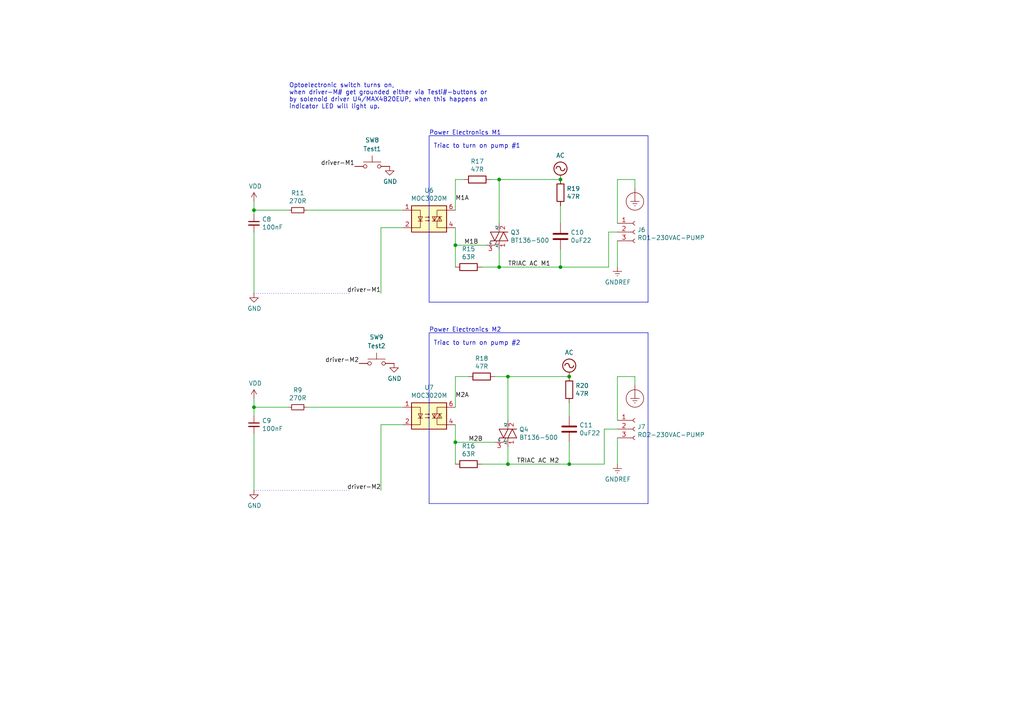
<source format=kicad_sch>
(kicad_sch (version 20230121) (generator eeschema)

  (uuid 9e6b2db4-3e39-449b-8976-b110948b87a3)

  (paper "A4")

  (lib_symbols
    (symbol "Connector:Conn_01x03_Female" (pin_names (offset 1.016) hide) (in_bom yes) (on_board yes)
      (property "Reference" "J" (at 0 5.08 0)
        (effects (font (size 1.27 1.27)))
      )
      (property "Value" "Connector_Conn_01x03_Female" (at 0 -5.08 0)
        (effects (font (size 1.27 1.27)))
      )
      (property "Footprint" "" (at 0 0 0)
        (effects (font (size 1.27 1.27)) hide)
      )
      (property "Datasheet" "" (at 0 0 0)
        (effects (font (size 1.27 1.27)) hide)
      )
      (property "ki_fp_filters" "Connector*:*_1x??_*" (at 0 0 0)
        (effects (font (size 1.27 1.27)) hide)
      )
      (symbol "Conn_01x03_Female_1_1"
        (arc (start 0 -2.032) (mid -0.5058 -2.54) (end 0 -3.048)
          (stroke (width 0.1524) (type solid))
          (fill (type none))
        )
        (polyline
          (pts
            (xy -1.27 -2.54)
            (xy -0.508 -2.54)
          )
          (stroke (width 0.1524) (type solid))
          (fill (type none))
        )
        (polyline
          (pts
            (xy -1.27 0)
            (xy -0.508 0)
          )
          (stroke (width 0.1524) (type solid))
          (fill (type none))
        )
        (polyline
          (pts
            (xy -1.27 2.54)
            (xy -0.508 2.54)
          )
          (stroke (width 0.1524) (type solid))
          (fill (type none))
        )
        (arc (start 0 0.508) (mid -0.5058 0) (end 0 -0.508)
          (stroke (width 0.1524) (type solid))
          (fill (type none))
        )
        (arc (start 0 3.048) (mid -0.5058 2.54) (end 0 2.032)
          (stroke (width 0.1524) (type solid))
          (fill (type none))
        )
        (pin passive line (at -5.08 2.54 0) (length 3.81)
          (name "Pin_1" (effects (font (size 1.27 1.27))))
          (number "1" (effects (font (size 1.27 1.27))))
        )
        (pin passive line (at -5.08 0 0) (length 3.81)
          (name "Pin_2" (effects (font (size 1.27 1.27))))
          (number "2" (effects (font (size 1.27 1.27))))
        )
        (pin passive line (at -5.08 -2.54 0) (length 3.81)
          (name "Pin_3" (effects (font (size 1.27 1.27))))
          (number "3" (effects (font (size 1.27 1.27))))
        )
      )
    )
    (symbol "Device:C" (pin_numbers hide) (pin_names (offset 0.254)) (in_bom yes) (on_board yes)
      (property "Reference" "C" (at 0.635 2.54 0)
        (effects (font (size 1.27 1.27)) (justify left))
      )
      (property "Value" "C" (at 0.635 -2.54 0)
        (effects (font (size 1.27 1.27)) (justify left))
      )
      (property "Footprint" "" (at 0.9652 -3.81 0)
        (effects (font (size 1.27 1.27)) hide)
      )
      (property "Datasheet" "~" (at 0 0 0)
        (effects (font (size 1.27 1.27)) hide)
      )
      (property "ki_keywords" "cap capacitor" (at 0 0 0)
        (effects (font (size 1.27 1.27)) hide)
      )
      (property "ki_description" "Unpolarized capacitor" (at 0 0 0)
        (effects (font (size 1.27 1.27)) hide)
      )
      (property "ki_fp_filters" "C_*" (at 0 0 0)
        (effects (font (size 1.27 1.27)) hide)
      )
      (symbol "C_0_1"
        (polyline
          (pts
            (xy -2.032 -0.762)
            (xy 2.032 -0.762)
          )
          (stroke (width 0.508) (type default))
          (fill (type none))
        )
        (polyline
          (pts
            (xy -2.032 0.762)
            (xy 2.032 0.762)
          )
          (stroke (width 0.508) (type default))
          (fill (type none))
        )
      )
      (symbol "C_1_1"
        (pin passive line (at 0 3.81 270) (length 2.794)
          (name "~" (effects (font (size 1.27 1.27))))
          (number "1" (effects (font (size 1.27 1.27))))
        )
        (pin passive line (at 0 -3.81 90) (length 2.794)
          (name "~" (effects (font (size 1.27 1.27))))
          (number "2" (effects (font (size 1.27 1.27))))
        )
      )
    )
    (symbol "Device:C_Small" (pin_numbers hide) (pin_names (offset 0.254) hide) (in_bom yes) (on_board yes)
      (property "Reference" "C" (at 0.254 1.778 0)
        (effects (font (size 1.27 1.27)) (justify left))
      )
      (property "Value" "C_Small" (at 0.254 -2.032 0)
        (effects (font (size 1.27 1.27)) (justify left))
      )
      (property "Footprint" "" (at 0 0 0)
        (effects (font (size 1.27 1.27)) hide)
      )
      (property "Datasheet" "~" (at 0 0 0)
        (effects (font (size 1.27 1.27)) hide)
      )
      (property "ki_keywords" "capacitor cap" (at 0 0 0)
        (effects (font (size 1.27 1.27)) hide)
      )
      (property "ki_description" "Unpolarized capacitor, small symbol" (at 0 0 0)
        (effects (font (size 1.27 1.27)) hide)
      )
      (property "ki_fp_filters" "C_*" (at 0 0 0)
        (effects (font (size 1.27 1.27)) hide)
      )
      (symbol "C_Small_0_1"
        (polyline
          (pts
            (xy -1.524 -0.508)
            (xy 1.524 -0.508)
          )
          (stroke (width 0.3302) (type default))
          (fill (type none))
        )
        (polyline
          (pts
            (xy -1.524 0.508)
            (xy 1.524 0.508)
          )
          (stroke (width 0.3048) (type default))
          (fill (type none))
        )
      )
      (symbol "C_Small_1_1"
        (pin passive line (at 0 2.54 270) (length 2.032)
          (name "~" (effects (font (size 1.27 1.27))))
          (number "1" (effects (font (size 1.27 1.27))))
        )
        (pin passive line (at 0 -2.54 90) (length 2.032)
          (name "~" (effects (font (size 1.27 1.27))))
          (number "2" (effects (font (size 1.27 1.27))))
        )
      )
    )
    (symbol "Device:R" (pin_numbers hide) (pin_names (offset 0)) (in_bom yes) (on_board yes)
      (property "Reference" "R" (at 2.032 0 90)
        (effects (font (size 1.27 1.27)))
      )
      (property "Value" "R" (at 0 0 90)
        (effects (font (size 1.27 1.27)))
      )
      (property "Footprint" "" (at -1.778 0 90)
        (effects (font (size 1.27 1.27)) hide)
      )
      (property "Datasheet" "~" (at 0 0 0)
        (effects (font (size 1.27 1.27)) hide)
      )
      (property "ki_keywords" "R res resistor" (at 0 0 0)
        (effects (font (size 1.27 1.27)) hide)
      )
      (property "ki_description" "Resistor" (at 0 0 0)
        (effects (font (size 1.27 1.27)) hide)
      )
      (property "ki_fp_filters" "R_*" (at 0 0 0)
        (effects (font (size 1.27 1.27)) hide)
      )
      (symbol "R_0_1"
        (rectangle (start -1.016 -2.54) (end 1.016 2.54)
          (stroke (width 0.254) (type default))
          (fill (type none))
        )
      )
      (symbol "R_1_1"
        (pin passive line (at 0 3.81 270) (length 1.27)
          (name "~" (effects (font (size 1.27 1.27))))
          (number "1" (effects (font (size 1.27 1.27))))
        )
        (pin passive line (at 0 -3.81 90) (length 1.27)
          (name "~" (effects (font (size 1.27 1.27))))
          (number "2" (effects (font (size 1.27 1.27))))
        )
      )
    )
    (symbol "Device:R_Small" (pin_numbers hide) (pin_names (offset 0.254) hide) (in_bom yes) (on_board yes)
      (property "Reference" "R" (at 0.762 0.508 0)
        (effects (font (size 1.27 1.27)) (justify left))
      )
      (property "Value" "R_Small" (at 0.762 -1.016 0)
        (effects (font (size 1.27 1.27)) (justify left))
      )
      (property "Footprint" "" (at 0 0 0)
        (effects (font (size 1.27 1.27)) hide)
      )
      (property "Datasheet" "~" (at 0 0 0)
        (effects (font (size 1.27 1.27)) hide)
      )
      (property "ki_keywords" "R resistor" (at 0 0 0)
        (effects (font (size 1.27 1.27)) hide)
      )
      (property "ki_description" "Resistor, small symbol" (at 0 0 0)
        (effects (font (size 1.27 1.27)) hide)
      )
      (property "ki_fp_filters" "R_*" (at 0 0 0)
        (effects (font (size 1.27 1.27)) hide)
      )
      (symbol "R_Small_0_1"
        (rectangle (start -0.762 1.778) (end 0.762 -1.778)
          (stroke (width 0.2032) (type default))
          (fill (type none))
        )
      )
      (symbol "R_Small_1_1"
        (pin passive line (at 0 2.54 270) (length 0.762)
          (name "~" (effects (font (size 1.27 1.27))))
          (number "1" (effects (font (size 1.27 1.27))))
        )
        (pin passive line (at 0 -2.54 90) (length 0.762)
          (name "~" (effects (font (size 1.27 1.27))))
          (number "2" (effects (font (size 1.27 1.27))))
        )
      )
    )
    (symbol "Relay_SolidState:MOC3020M" (in_bom yes) (on_board yes)
      (property "Reference" "U" (at -5.334 4.826 0)
        (effects (font (size 1.27 1.27)) (justify left))
      )
      (property "Value" "MOC3020M" (at 0 5.08 0)
        (effects (font (size 1.27 1.27)) (justify left))
      )
      (property "Footprint" "" (at -5.08 -5.08 0)
        (effects (font (size 1.27 1.27) italic) (justify left) hide)
      )
      (property "Datasheet" "https://www.onsemi.com/pub/Collateral/MOC3023M-D.PDF" (at 0 0 0)
        (effects (font (size 1.27 1.27)) (justify left) hide)
      )
      (property "ki_keywords" "Opto-Triac Opto Triac Random Phase" (at 0 0 0)
        (effects (font (size 1.27 1.27)) hide)
      )
      (property "ki_description" "Random Phase Opto-Triac, Vdrm 400V, Ift 30mA, DIP6" (at 0 0 0)
        (effects (font (size 1.27 1.27)) hide)
      )
      (property "ki_fp_filters" "DIP*W7.62mm* SMDIP*W9.53mm* DIP*W10.16mm*" (at 0 0 0)
        (effects (font (size 1.27 1.27)) hide)
      )
      (symbol "MOC3020M_0_1"
        (rectangle (start -5.08 3.81) (end 5.08 -3.81)
          (stroke (width 0.254) (type default))
          (fill (type background))
        )
        (polyline
          (pts
            (xy -3.175 -0.635)
            (xy -1.905 -0.635)
          )
          (stroke (width 0) (type default))
          (fill (type none))
        )
        (polyline
          (pts
            (xy 1.524 -0.635)
            (xy 1.524 0.635)
          )
          (stroke (width 0) (type default))
          (fill (type none))
        )
        (polyline
          (pts
            (xy 3.048 0.635)
            (xy 3.048 -0.635)
          )
          (stroke (width 0) (type default))
          (fill (type none))
        )
        (polyline
          (pts
            (xy 2.286 -0.635)
            (xy 2.286 -2.54)
            (xy 5.08 -2.54)
          )
          (stroke (width 0) (type default))
          (fill (type none))
        )
        (polyline
          (pts
            (xy 2.286 0.635)
            (xy 2.286 2.54)
            (xy 5.08 2.54)
          )
          (stroke (width 0) (type default))
          (fill (type none))
        )
        (polyline
          (pts
            (xy -5.08 2.54)
            (xy -2.54 2.54)
            (xy -2.54 -2.54)
            (xy -5.08 -2.54)
          )
          (stroke (width 0) (type default))
          (fill (type none))
        )
        (polyline
          (pts
            (xy -2.54 -0.635)
            (xy -3.175 0.635)
            (xy -1.905 0.635)
            (xy -2.54 -0.635)
          )
          (stroke (width 0) (type default))
          (fill (type none))
        )
        (polyline
          (pts
            (xy 0.889 -0.635)
            (xy 3.683 -0.635)
            (xy 3.048 0.635)
            (xy 2.413 -0.635)
          )
          (stroke (width 0) (type default))
          (fill (type none))
        )
        (polyline
          (pts
            (xy 3.683 0.635)
            (xy 0.889 0.635)
            (xy 1.524 -0.635)
            (xy 2.159 0.635)
          )
          (stroke (width 0) (type default))
          (fill (type none))
        )
        (polyline
          (pts
            (xy -1.143 -0.508)
            (xy 0.127 -0.508)
            (xy -0.254 -0.635)
            (xy -0.254 -0.381)
            (xy 0.127 -0.508)
          )
          (stroke (width 0) (type default))
          (fill (type none))
        )
        (polyline
          (pts
            (xy -1.143 0.508)
            (xy 0.127 0.508)
            (xy -0.254 0.381)
            (xy -0.254 0.635)
            (xy 0.127 0.508)
          )
          (stroke (width 0) (type default))
          (fill (type none))
        )
      )
      (symbol "MOC3020M_1_1"
        (pin passive line (at -7.62 2.54 0) (length 2.54)
          (name "~" (effects (font (size 1.27 1.27))))
          (number "1" (effects (font (size 1.27 1.27))))
        )
        (pin passive line (at -7.62 -2.54 0) (length 2.54)
          (name "~" (effects (font (size 1.27 1.27))))
          (number "2" (effects (font (size 1.27 1.27))))
        )
        (pin no_connect line (at -5.08 0 0) (length 2.54) hide
          (name "NC" (effects (font (size 1.27 1.27))))
          (number "3" (effects (font (size 1.27 1.27))))
        )
        (pin passive line (at 7.62 -2.54 180) (length 2.54)
          (name "~" (effects (font (size 1.27 1.27))))
          (number "4" (effects (font (size 1.27 1.27))))
        )
        (pin no_connect line (at 5.08 0 180) (length 2.54) hide
          (name "NC" (effects (font (size 1.27 1.27))))
          (number "5" (effects (font (size 1.27 1.27))))
        )
        (pin passive line (at 7.62 2.54 180) (length 2.54)
          (name "~" (effects (font (size 1.27 1.27))))
          (number "6" (effects (font (size 1.27 1.27))))
        )
      )
    )
    (symbol "Switch:SW_Push" (pin_numbers hide) (pin_names (offset 1.016) hide) (in_bom yes) (on_board yes)
      (property "Reference" "SW" (at 1.27 2.54 0)
        (effects (font (size 1.27 1.27)) (justify left))
      )
      (property "Value" "SW_Push" (at 0 -1.524 0)
        (effects (font (size 1.27 1.27)))
      )
      (property "Footprint" "" (at 0 5.08 0)
        (effects (font (size 1.27 1.27)) hide)
      )
      (property "Datasheet" "~" (at 0 5.08 0)
        (effects (font (size 1.27 1.27)) hide)
      )
      (property "ki_keywords" "switch normally-open pushbutton push-button" (at 0 0 0)
        (effects (font (size 1.27 1.27)) hide)
      )
      (property "ki_description" "Push button switch, generic, two pins" (at 0 0 0)
        (effects (font (size 1.27 1.27)) hide)
      )
      (symbol "SW_Push_0_1"
        (circle (center -2.032 0) (radius 0.508)
          (stroke (width 0) (type default))
          (fill (type none))
        )
        (polyline
          (pts
            (xy 0 1.27)
            (xy 0 3.048)
          )
          (stroke (width 0) (type default))
          (fill (type none))
        )
        (polyline
          (pts
            (xy 2.54 1.27)
            (xy -2.54 1.27)
          )
          (stroke (width 0) (type default))
          (fill (type none))
        )
        (circle (center 2.032 0) (radius 0.508)
          (stroke (width 0) (type default))
          (fill (type none))
        )
        (pin passive line (at -5.08 0 0) (length 2.54)
          (name "1" (effects (font (size 1.27 1.27))))
          (number "1" (effects (font (size 1.27 1.27))))
        )
        (pin passive line (at 5.08 0 180) (length 2.54)
          (name "2" (effects (font (size 1.27 1.27))))
          (number "2" (effects (font (size 1.27 1.27))))
        )
      )
    )
    (symbol "Triac_Thyristor:BT136-500" (pin_names (offset 0)) (in_bom yes) (on_board yes)
      (property "Reference" "Q" (at 5.08 1.905 0)
        (effects (font (size 1.27 1.27)) (justify left))
      )
      (property "Value" "BT136-500" (at 5.08 0 0)
        (effects (font (size 1.27 1.27)) (justify left))
      )
      (property "Footprint" "Package_TO_SOT_THT:TO-220-3_Vertical" (at 5.08 -1.905 0)
        (effects (font (size 1.27 1.27) italic) (justify left) hide)
      )
      (property "Datasheet" "http://www.micropik.com/PDF/BT136-600.pdf" (at 0 0 0)
        (effects (font (size 1.27 1.27)) (justify left) hide)
      )
      (property "ki_keywords" "Triac" (at 0 0 0)
        (effects (font (size 1.27 1.27)) hide)
      )
      (property "ki_description" "4A RMS, 500V Off-State Voltage, Triac, TO-220" (at 0 0 0)
        (effects (font (size 1.27 1.27)) hide)
      )
      (property "ki_fp_filters" "TO?220*" (at 0 0 0)
        (effects (font (size 1.27 1.27)) hide)
      )
      (symbol "BT136-500_0_1"
        (polyline
          (pts
            (xy -2.54 -1.27)
            (xy 2.54 -1.27)
          )
          (stroke (width 0.2032) (type default))
          (fill (type none))
        )
        (polyline
          (pts
            (xy -2.54 1.27)
            (xy 2.54 1.27)
          )
          (stroke (width 0.2032) (type default))
          (fill (type none))
        )
        (polyline
          (pts
            (xy -1.27 -2.54)
            (xy -0.635 -1.27)
          )
          (stroke (width 0) (type default))
          (fill (type none))
        )
        (polyline
          (pts
            (xy -2.54 1.27)
            (xy -1.27 -1.27)
            (xy 0 1.27)
          )
          (stroke (width 0.2032) (type default))
          (fill (type none))
        )
        (polyline
          (pts
            (xy 0 -1.27)
            (xy 1.27 1.27)
            (xy 2.54 -1.27)
          )
          (stroke (width 0.2032) (type default))
          (fill (type none))
        )
      )
      (symbol "BT136-500_1_1"
        (pin passive line (at 0 -3.81 90) (length 2.54)
          (name "A1" (effects (font (size 0.635 0.635))))
          (number "1" (effects (font (size 1.27 1.27))))
        )
        (pin passive line (at 0 3.81 270) (length 2.54)
          (name "A2" (effects (font (size 0.635 0.635))))
          (number "2" (effects (font (size 1.27 1.27))))
        )
        (pin input line (at -3.81 -2.54 0) (length 2.54)
          (name "G" (effects (font (size 0.635 0.635))))
          (number "3" (effects (font (size 1.27 1.27))))
        )
      )
    )
    (symbol "power:AC" (power) (pin_names (offset 0)) (in_bom yes) (on_board yes)
      (property "Reference" "#PWR" (at 0 -2.54 0)
        (effects (font (size 1.27 1.27)) hide)
      )
      (property "Value" "AC" (at 0 6.35 0)
        (effects (font (size 1.27 1.27)))
      )
      (property "Footprint" "" (at 0 0 0)
        (effects (font (size 1.27 1.27)) hide)
      )
      (property "Datasheet" "" (at 0 0 0)
        (effects (font (size 1.27 1.27)) hide)
      )
      (property "ki_keywords" "global power" (at 0 0 0)
        (effects (font (size 1.27 1.27)) hide)
      )
      (property "ki_description" "Power symbol creates a global label with name \"AC\"" (at 0 0 0)
        (effects (font (size 1.27 1.27)) hide)
      )
      (symbol "AC_0_1"
        (polyline
          (pts
            (xy 0 0)
            (xy 0 1.27)
          )
          (stroke (width 0) (type default))
          (fill (type none))
        )
        (arc (start 0 3.175) (mid -0.635 3.8073) (end -1.27 3.175)
          (stroke (width 0.254) (type default))
          (fill (type none))
        )
        (arc (start 0 3.175) (mid 0.635 2.5427) (end 1.27 3.175)
          (stroke (width 0.254) (type default))
          (fill (type none))
        )
        (circle (center 0 3.175) (radius 1.905)
          (stroke (width 0.254) (type default))
          (fill (type none))
        )
      )
      (symbol "AC_1_1"
        (pin power_in line (at 0 0 90) (length 0) hide
          (name "AC" (effects (font (size 1.27 1.27))))
          (number "1" (effects (font (size 1.27 1.27))))
        )
      )
    )
    (symbol "power:Earth_Protective" (power) (pin_names (offset 0)) (in_bom yes) (on_board yes)
      (property "Reference" "#PWR" (at 6.35 -6.35 0)
        (effects (font (size 1.27 1.27)) hide)
      )
      (property "Value" "Earth_Protective" (at 11.43 -3.81 0)
        (effects (font (size 1.27 1.27)) hide)
      )
      (property "Footprint" "" (at 0 -2.54 0)
        (effects (font (size 1.27 1.27)) hide)
      )
      (property "Datasheet" "~" (at 0 -2.54 0)
        (effects (font (size 1.27 1.27)) hide)
      )
      (property "ki_keywords" "global ground gnd clean" (at 0 0 0)
        (effects (font (size 1.27 1.27)) hide)
      )
      (property "ki_description" "Power symbol creates a global label with name \"Earth_Protective\"" (at 0 0 0)
        (effects (font (size 1.27 1.27)) hide)
      )
      (symbol "Earth_Protective_0_1"
        (circle (center 0 -3.81) (radius 2.54)
          (stroke (width 0) (type default))
          (fill (type none))
        )
        (polyline
          (pts
            (xy -0.635 -4.445)
            (xy 0.635 -4.445)
          )
          (stroke (width 0) (type default))
          (fill (type none))
        )
        (polyline
          (pts
            (xy -0.127 -5.08)
            (xy 0.127 -5.08)
          )
          (stroke (width 0) (type default))
          (fill (type none))
        )
        (polyline
          (pts
            (xy 0 -3.81)
            (xy 0 0)
          )
          (stroke (width 0) (type default))
          (fill (type none))
        )
        (polyline
          (pts
            (xy 1.27 -3.81)
            (xy -1.27 -3.81)
          )
          (stroke (width 0) (type default))
          (fill (type none))
        )
      )
      (symbol "Earth_Protective_1_1"
        (pin power_in line (at 0 0 270) (length 0) hide
          (name "Earth_Protective" (effects (font (size 1.27 1.27))))
          (number "1" (effects (font (size 1.27 1.27))))
        )
      )
    )
    (symbol "power:GND" (power) (pin_names (offset 0)) (in_bom yes) (on_board yes)
      (property "Reference" "#PWR" (at 0 -6.35 0)
        (effects (font (size 1.27 1.27)) hide)
      )
      (property "Value" "GND" (at 0 -3.81 0)
        (effects (font (size 1.27 1.27)))
      )
      (property "Footprint" "" (at 0 0 0)
        (effects (font (size 1.27 1.27)) hide)
      )
      (property "Datasheet" "" (at 0 0 0)
        (effects (font (size 1.27 1.27)) hide)
      )
      (property "ki_keywords" "global power" (at 0 0 0)
        (effects (font (size 1.27 1.27)) hide)
      )
      (property "ki_description" "Power symbol creates a global label with name \"GND\" , ground" (at 0 0 0)
        (effects (font (size 1.27 1.27)) hide)
      )
      (symbol "GND_0_1"
        (polyline
          (pts
            (xy 0 0)
            (xy 0 -1.27)
            (xy 1.27 -1.27)
            (xy 0 -2.54)
            (xy -1.27 -1.27)
            (xy 0 -1.27)
          )
          (stroke (width 0) (type default))
          (fill (type none))
        )
      )
      (symbol "GND_1_1"
        (pin power_in line (at 0 0 270) (length 0) hide
          (name "GND" (effects (font (size 1.27 1.27))))
          (number "1" (effects (font (size 1.27 1.27))))
        )
      )
    )
    (symbol "power:GNDREF" (power) (pin_names (offset 0)) (in_bom yes) (on_board yes)
      (property "Reference" "#PWR" (at 0 -6.35 0)
        (effects (font (size 1.27 1.27)) hide)
      )
      (property "Value" "GNDREF" (at 0 -3.81 0)
        (effects (font (size 1.27 1.27)))
      )
      (property "Footprint" "" (at 0 0 0)
        (effects (font (size 1.27 1.27)) hide)
      )
      (property "Datasheet" "" (at 0 0 0)
        (effects (font (size 1.27 1.27)) hide)
      )
      (property "ki_keywords" "global power" (at 0 0 0)
        (effects (font (size 1.27 1.27)) hide)
      )
      (property "ki_description" "Power symbol creates a global label with name \"GNDREF\" , reference supply ground" (at 0 0 0)
        (effects (font (size 1.27 1.27)) hide)
      )
      (symbol "GNDREF_0_1"
        (polyline
          (pts
            (xy -0.635 -1.905)
            (xy 0.635 -1.905)
          )
          (stroke (width 0) (type default))
          (fill (type none))
        )
        (polyline
          (pts
            (xy -0.127 -2.54)
            (xy 0.127 -2.54)
          )
          (stroke (width 0) (type default))
          (fill (type none))
        )
        (polyline
          (pts
            (xy 0 -1.27)
            (xy 0 0)
          )
          (stroke (width 0) (type default))
          (fill (type none))
        )
        (polyline
          (pts
            (xy 1.27 -1.27)
            (xy -1.27 -1.27)
          )
          (stroke (width 0) (type default))
          (fill (type none))
        )
      )
      (symbol "GNDREF_1_1"
        (pin power_in line (at 0 0 270) (length 0) hide
          (name "GNDREF" (effects (font (size 1.27 1.27))))
          (number "1" (effects (font (size 1.27 1.27))))
        )
      )
    )
    (symbol "power:VDD" (power) (pin_names (offset 0)) (in_bom yes) (on_board yes)
      (property "Reference" "#PWR" (at 0 -3.81 0)
        (effects (font (size 1.27 1.27)) hide)
      )
      (property "Value" "VDD" (at 0 3.81 0)
        (effects (font (size 1.27 1.27)))
      )
      (property "Footprint" "" (at 0 0 0)
        (effects (font (size 1.27 1.27)) hide)
      )
      (property "Datasheet" "" (at 0 0 0)
        (effects (font (size 1.27 1.27)) hide)
      )
      (property "ki_keywords" "global power" (at 0 0 0)
        (effects (font (size 1.27 1.27)) hide)
      )
      (property "ki_description" "Power symbol creates a global label with name \"VDD\"" (at 0 0 0)
        (effects (font (size 1.27 1.27)) hide)
      )
      (symbol "VDD_0_1"
        (polyline
          (pts
            (xy -0.762 1.27)
            (xy 0 2.54)
          )
          (stroke (width 0) (type default))
          (fill (type none))
        )
        (polyline
          (pts
            (xy 0 0)
            (xy 0 2.54)
          )
          (stroke (width 0) (type default))
          (fill (type none))
        )
        (polyline
          (pts
            (xy 0 2.54)
            (xy 0.762 1.27)
          )
          (stroke (width 0) (type default))
          (fill (type none))
        )
      )
      (symbol "VDD_1_1"
        (pin power_in line (at 0 0 90) (length 0) hide
          (name "VDD" (effects (font (size 1.27 1.27))))
          (number "1" (effects (font (size 1.27 1.27))))
        )
      )
    )
  )

  (junction (at 132.08 71.12) (diameter 0) (color 0 0 0 0)
    (uuid 1a19c8dd-9bbb-499b-9701-9f2b2c6f57d6)
  )
  (junction (at 162.56 52.07) (diameter 0) (color 0 0 0 0)
    (uuid 3e907311-ac4c-4975-aceb-ea61a2bf592e)
  )
  (junction (at 73.66 60.96) (diameter 0) (color 0 0 0 0)
    (uuid 4a7553c1-53b4-40ac-af55-072070144037)
  )
  (junction (at 144.78 52.07) (diameter 0) (color 0 0 0 0)
    (uuid 5511d3b0-d26d-44e6-abd6-f0fec2d4ccea)
  )
  (junction (at 147.32 134.62) (diameter 0) (color 0 0 0 0)
    (uuid 5bf4c65a-4367-4524-a416-4c96619582fd)
  )
  (junction (at 165.1 109.22) (diameter 0) (color 0 0 0 0)
    (uuid 671a972e-76f2-4550-ad3e-1cb1133b7470)
  )
  (junction (at 73.66 118.11) (diameter 0) (color 0 0 0 0)
    (uuid 68e7224b-7a95-4fbb-9295-4d1cbda40dd7)
  )
  (junction (at 147.32 109.22) (diameter 0) (color 0 0 0 0)
    (uuid 70251f0e-9def-4923-91cd-4ddf12e5de78)
  )
  (junction (at 132.08 128.27) (diameter 0) (color 0 0 0 0)
    (uuid 99791653-a819-4f19-97ff-9adbe8ec6fc8)
  )
  (junction (at 144.78 77.47) (diameter 0) (color 0 0 0 0)
    (uuid b1246f01-951f-44b5-bb4b-c70362efc80a)
  )
  (junction (at 165.1 134.62) (diameter 0) (color 0 0 0 0)
    (uuid b8fcf332-4095-412b-9ba1-8aba9363b408)
  )
  (junction (at 162.56 77.47) (diameter 0) (color 0 0 0 0)
    (uuid e2589474-997b-4edb-90b1-3aed6989e7ad)
  )

  (polyline (pts (xy 187.96 39.37) (xy 187.96 87.63))
    (stroke (width 0) (type default))
    (uuid 0e7e58d1-e795-4321-b669-666234195562)
  )

  (wire (pts (xy 179.07 127) (xy 179.07 134.62))
    (stroke (width 0) (type default))
    (uuid 13c16026-8ad7-45c2-98f1-c73db1629dca)
  )
  (wire (pts (xy 162.56 52.07) (xy 144.78 52.07))
    (stroke (width 0) (type default))
    (uuid 1809096f-dcf8-4a03-80c2-b74ee0a36620)
  )
  (wire (pts (xy 179.07 109.22) (xy 184.15 109.22))
    (stroke (width 0) (type default))
    (uuid 1c9b1fbb-dbee-46ad-a3fc-f7d0d6492ec8)
  )
  (wire (pts (xy 179.07 64.77) (xy 179.07 52.07))
    (stroke (width 0) (type default))
    (uuid 1d4b5029-c1c5-4083-8539-a8035daa69c0)
  )
  (polyline (pts (xy 187.96 87.63) (xy 124.46 87.63))
    (stroke (width 0) (type default))
    (uuid 1f037ef5-6ae0-4aac-ae71-21182e963ecf)
  )

  (wire (pts (xy 175.26 134.62) (xy 175.26 124.46))
    (stroke (width 0) (type default))
    (uuid 24358059-8105-41a1-81e2-1c38f50148a2)
  )
  (wire (pts (xy 73.66 115.57) (xy 73.66 118.11))
    (stroke (width 0) (type default))
    (uuid 24c41688-76ab-4f4c-a9a3-fcc7cca20ce9)
  )
  (wire (pts (xy 147.32 129.54) (xy 147.32 134.62))
    (stroke (width 0) (type default))
    (uuid 29cc3ca0-7f3b-40d0-b3c7-66f70adc3fbf)
  )
  (wire (pts (xy 73.66 118.11) (xy 73.66 120.65))
    (stroke (width 0) (type default))
    (uuid 33bbec94-1d36-4701-9833-ff9638e98855)
  )
  (wire (pts (xy 176.53 77.47) (xy 176.53 67.31))
    (stroke (width 0) (type default))
    (uuid 33e6ed17-f52a-4160-9a71-3a7323f49216)
  )
  (wire (pts (xy 165.1 109.22) (xy 147.32 109.22))
    (stroke (width 0) (type default))
    (uuid 37b07414-054b-449e-9a6f-6af963618a40)
  )
  (wire (pts (xy 132.08 52.07) (xy 132.08 60.96))
    (stroke (width 0) (type default))
    (uuid 3d1b26a6-ad84-4da2-97f1-e9ac8b7d0c5f)
  )
  (wire (pts (xy 144.78 52.07) (xy 142.24 52.07))
    (stroke (width 0) (type default))
    (uuid 3ec0e5ee-ce40-4766-8a31-620c68fc032d)
  )
  (wire (pts (xy 132.08 71.12) (xy 132.08 77.47))
    (stroke (width 0) (type default))
    (uuid 428c157f-66ab-421a-ae8f-f853b253e6c5)
  )
  (wire (pts (xy 144.78 72.39) (xy 144.78 77.47))
    (stroke (width 0) (type default))
    (uuid 4377d333-879f-4762-a072-b9d64bf8c56a)
  )
  (wire (pts (xy 73.66 125.73) (xy 73.66 142.24))
    (stroke (width 0) (type default))
    (uuid 4416e09b-eddc-48e3-96f3-86729a5024d1)
  )
  (polyline (pts (xy 124.46 146.05) (xy 124.46 96.52))
    (stroke (width 0) (type default))
    (uuid 4887acd0-5d06-4ce0-b8e7-8e4f599e4f6d)
  )

  (wire (pts (xy 162.56 64.77) (xy 162.56 59.69))
    (stroke (width 0) (type default))
    (uuid 4af8d03f-5311-452f-a4ae-c655c1aa18f4)
  )
  (wire (pts (xy 73.66 67.31) (xy 73.66 85.09))
    (stroke (width 0) (type default))
    (uuid 4ff8ec43-f449-4059-9700-24fda19ccfdf)
  )
  (wire (pts (xy 165.1 134.62) (xy 175.26 134.62))
    (stroke (width 0) (type default))
    (uuid 51a3fdf4-b1dc-4e89-94ad-df5f80f6e9f5)
  )
  (wire (pts (xy 176.53 67.31) (xy 179.07 67.31))
    (stroke (width 0) (type default))
    (uuid 5cfa0dcc-cfce-435f-b95c-d6044d0844bc)
  )
  (wire (pts (xy 165.1 128.27) (xy 165.1 134.62))
    (stroke (width 0) (type default))
    (uuid 5cfb3413-3472-41ae-a251-187cfbf110bf)
  )
  (wire (pts (xy 132.08 128.27) (xy 132.08 134.62))
    (stroke (width 0) (type default))
    (uuid 5d3e2611-1025-4721-b2b1-e6a6cd8613c0)
  )
  (wire (pts (xy 179.07 109.22) (xy 179.07 121.92))
    (stroke (width 0) (type default))
    (uuid 5f6336e0-c339-4d8c-a050-6ec4984d00a5)
  )
  (polyline (pts (xy 124.46 39.37) (xy 124.46 87.63))
    (stroke (width 0) (type default))
    (uuid 6d693ba3-05d7-466c-a11e-369c58fd1343)
  )

  (wire (pts (xy 140.97 71.12) (xy 132.08 71.12))
    (stroke (width 0) (type default))
    (uuid 6e5496dd-6220-4f04-8561-fb78679c5024)
  )
  (wire (pts (xy 162.56 77.47) (xy 176.53 77.47))
    (stroke (width 0) (type default))
    (uuid 717b1cca-c598-411d-a94a-7a53ff261ef4)
  )
  (wire (pts (xy 132.08 66.04) (xy 132.08 71.12))
    (stroke (width 0) (type default))
    (uuid 730538d2-691c-453f-93df-d504085fb03f)
  )
  (wire (pts (xy 73.66 60.96) (xy 73.66 62.23))
    (stroke (width 0) (type default))
    (uuid 751bbbe1-7e77-4c9c-96e8-90b4f8029753)
  )
  (wire (pts (xy 147.32 109.22) (xy 143.51 109.22))
    (stroke (width 0) (type default))
    (uuid 7a807c82-a31f-47b9-98f5-f92050ee0357)
  )
  (polyline (pts (xy 124.46 96.52) (xy 187.96 96.52))
    (stroke (width 0) (type default))
    (uuid 7b187dec-4b78-4cdd-b7eb-b7bf30c1fa11)
  )

  (wire (pts (xy 116.84 66.04) (xy 110.49 66.04))
    (stroke (width 0) (type default))
    (uuid 819219cb-7397-4dd9-b110-88a2aa372296)
  )
  (wire (pts (xy 73.66 60.96) (xy 83.82 60.96))
    (stroke (width 0) (type default))
    (uuid 84964edb-b44a-49a4-a9ee-7aea08db9a8c)
  )
  (wire (pts (xy 144.78 52.07) (xy 144.78 64.77))
    (stroke (width 0) (type default))
    (uuid 9b2d7686-4913-43a2-a359-429b4bf82bb3)
  )
  (wire (pts (xy 147.32 134.62) (xy 139.7 134.62))
    (stroke (width 0) (type default))
    (uuid 9c92365b-41f9-44dd-9a07-90135f5f04b7)
  )
  (wire (pts (xy 162.56 72.39) (xy 162.56 77.47))
    (stroke (width 0) (type default))
    (uuid 9eb2fc6b-a90d-4304-baf6-982189df5809)
  )
  (wire (pts (xy 143.51 128.27) (xy 132.08 128.27))
    (stroke (width 0) (type default))
    (uuid a07acf28-4f81-418a-bcb4-619bec782dbc)
  )
  (wire (pts (xy 110.49 66.04) (xy 110.49 85.09))
    (stroke (width 0) (type default))
    (uuid a310a93f-b439-4367-ac55-0f2fc8058d1c)
  )
  (wire (pts (xy 184.15 52.07) (xy 184.15 54.61))
    (stroke (width 0) (type default))
    (uuid a87a27c0-bbc9-4575-bd6b-36c87a218836)
  )
  (wire (pts (xy 179.07 52.07) (xy 184.15 52.07))
    (stroke (width 0) (type default))
    (uuid a925b478-ef19-44c1-b74c-8efa308da709)
  )
  (wire (pts (xy 88.9 118.11) (xy 116.84 118.11))
    (stroke (width 0) (type default))
    (uuid b085f40a-9fad-49b1-a12f-0593e9d35192)
  )
  (wire (pts (xy 135.89 109.22) (xy 132.08 109.22))
    (stroke (width 0) (type default))
    (uuid b333adbd-7669-4235-9f5a-e6c8f1ee5a5e)
  )
  (wire (pts (xy 165.1 120.65) (xy 165.1 116.84))
    (stroke (width 0) (type default))
    (uuid b54fe17e-7909-42d2-ba5c-af94fefb5a35)
  )
  (wire (pts (xy 144.78 77.47) (xy 139.7 77.47))
    (stroke (width 0) (type default))
    (uuid b758b356-b736-418c-8463-ae9a9c600d80)
  )
  (wire (pts (xy 162.56 77.47) (xy 144.78 77.47))
    (stroke (width 0) (type default))
    (uuid c526d65c-7429-42e8-b34a-37c58b70052d)
  )
  (wire (pts (xy 132.08 109.22) (xy 132.08 118.11))
    (stroke (width 0) (type default))
    (uuid c69fce8d-b8f5-44e1-828d-bf54bbc02414)
  )
  (wire (pts (xy 147.32 121.92) (xy 147.32 109.22))
    (stroke (width 0) (type default))
    (uuid c7464570-fe00-4373-8b07-68e3fc24fb34)
  )
  (wire (pts (xy 73.66 118.11) (xy 83.82 118.11))
    (stroke (width 0) (type default))
    (uuid c9833aa9-9d70-4737-b2fe-589b3bc9c958)
  )
  (wire (pts (xy 165.1 134.62) (xy 147.32 134.62))
    (stroke (width 0) (type default))
    (uuid cd0e7e33-4ab3-472c-a8fd-08c96a13b6d1)
  )
  (polyline (pts (xy 187.96 146.05) (xy 124.46 146.05))
    (stroke (width 0) (type default))
    (uuid d2ab04da-d3ca-458f-8f76-f14d6bb0c1f0)
  )
  (polyline (pts (xy 187.96 96.52) (xy 187.96 146.05))
    (stroke (width 0) (type default))
    (uuid d43f993d-0bc1-4c05-ad4a-f2f26cf0e73e)
  )

  (wire (pts (xy 88.9 60.96) (xy 116.84 60.96))
    (stroke (width 0) (type default))
    (uuid d4caa878-df86-4c4b-85de-45317202ff25)
  )
  (wire (pts (xy 175.26 124.46) (xy 179.07 124.46))
    (stroke (width 0) (type default))
    (uuid d5479c30-c369-4e66-a53c-b68aa1751c0b)
  )
  (wire (pts (xy 132.08 123.19) (xy 132.08 128.27))
    (stroke (width 0) (type default))
    (uuid dd733a15-fb4b-4e27-a0db-364c3b1e6a12)
  )
  (wire (pts (xy 73.66 58.42) (xy 73.66 60.96))
    (stroke (width 0) (type default))
    (uuid e1a75d03-187f-41b4-9a64-32c0bbe03b4f)
  )
  (wire (pts (xy 179.07 69.85) (xy 179.07 77.47))
    (stroke (width 0) (type default))
    (uuid ef397c68-5e04-463d-a671-4e1bde87e55f)
  )
  (wire (pts (xy 116.84 123.19) (xy 110.49 123.19))
    (stroke (width 0) (type default))
    (uuid f120e0a5-d404-46b1-8ad7-b1ef7060ec6c)
  )
  (wire (pts (xy 184.15 109.22) (xy 184.15 111.76))
    (stroke (width 0) (type default))
    (uuid f5131368-69b5-42f5-9d14-f3731e9b8493)
  )
  (wire (pts (xy 134.62 52.07) (xy 132.08 52.07))
    (stroke (width 0) (type default))
    (uuid f530fa21-19ad-4e7f-918e-4fd2de25ccd3)
  )
  (wire (pts (xy 110.49 123.19) (xy 110.49 142.24))
    (stroke (width 0) (type default))
    (uuid f7e7cbef-6d80-478d-aadc-2294408f3cc3)
  )
  (polyline (pts (xy 124.46 39.37) (xy 187.96 39.37))
    (stroke (width 0) (type default))
    (uuid ff5ccd06-2417-41c4-92c0-4a16ddfceb3a)
  )

  (rectangle (start 73.66 85.09) (end 101.6 85.09)
    (stroke (width 0) (type dot))
    (fill (type none))
    (uuid 07f75f55-b0b3-4735-b987-a6ad9e7264a4)
  )
  (rectangle (start 73.66 142.24) (end 101.6 142.24)
    (stroke (width 0) (type dot))
    (fill (type none))
    (uuid 278d22c4-4fa8-406a-8b0b-b8daccae9618)
  )

  (text "Triac to turn on pump #1" (at 125.73 43.18 0)
    (effects (font (size 1.27 1.27)) (justify left bottom))
    (uuid 285cdcc2-1057-4ae7-8c24-e97010fda989)
  )
  (text "Power Electronics M2" (at 124.46 96.52 0)
    (effects (font (size 1.27 1.27)) (justify left bottom))
    (uuid 404e0f92-3b3b-469b-a700-746d48284da8)
  )
  (text "Power Electronics M1" (at 124.46 39.37 0)
    (effects (font (size 1.27 1.27)) (justify left bottom))
    (uuid 676fe5c1-673a-4721-969c-43f9f9e2e81f)
  )
  (text "Optoelectronic switch turns on, \nwhen driver-M# get grounded either via Testi#-buttons or \nby solenoid driver U4/MAX4B20EUP, when this happens an\nindicator LED will light up."
    (at 83.82 31.75 0)
    (effects (font (size 1.27 1.27)) (justify left bottom))
    (uuid 91c78d72-aa9a-4173-89d2-cf05cf4b9361)
  )
  (text "Triac to turn on pump #2" (at 125.73 100.33 0)
    (effects (font (size 1.27 1.27)) (justify left bottom))
    (uuid fd3f5fa1-b6de-4daa-b564-fbb6941da2b0)
  )

  (label "TRIAC AC M1" (at 147.32 77.47 0) (fields_autoplaced)
    (effects (font (size 1.27 1.27)) (justify left bottom))
    (uuid 0236089e-7633-4774-b901-220312dd4004)
  )
  (label "M1A" (at 132.08 58.42 0) (fields_autoplaced)
    (effects (font (size 1.27 1.27)) (justify left bottom))
    (uuid 15750309-3a2b-4149-b861-66ccc168e642)
  )
  (label "M1B" (at 134.62 71.12 0) (fields_autoplaced)
    (effects (font (size 1.27 1.27)) (justify left bottom))
    (uuid 2cb74a37-024f-4635-998b-532451e53881)
  )
  (label "driver-M2" (at 110.49 142.24 180) (fields_autoplaced)
    (effects (font (size 1.27 1.27)) (justify right bottom))
    (uuid 3b6e5e63-ee2f-4bfe-bfa0-b3908657171d)
  )
  (label "TRIAC AC M2" (at 149.86 134.62 0) (fields_autoplaced)
    (effects (font (size 1.27 1.27)) (justify left bottom))
    (uuid 45d80894-e7eb-4ac1-a7ee-e6a22d89b1b1)
  )
  (label "M2B" (at 135.89 128.27 0) (fields_autoplaced)
    (effects (font (size 1.27 1.27)) (justify left bottom))
    (uuid 4e00a140-7ef1-40db-85ab-428a90ca87c5)
  )
  (label "driver-M1" (at 110.49 85.09 180) (fields_autoplaced)
    (effects (font (size 1.27 1.27)) (justify right bottom))
    (uuid 5ecebc5b-36b6-4f28-8f91-4e5c20c5b1b8)
  )
  (label "M2A" (at 132.08 115.57 0) (fields_autoplaced)
    (effects (font (size 1.27 1.27)) (justify left bottom))
    (uuid 6ecc7099-0a43-4260-975b-8d0d30e22481)
  )
  (label "driver-M2" (at 104.14 105.41 180) (fields_autoplaced)
    (effects (font (size 1.27 1.27)) (justify right bottom))
    (uuid b3cc440c-f16a-409c-96a2-74e264d43324)
  )
  (label "driver-M1" (at 102.87 48.26 180) (fields_autoplaced)
    (effects (font (size 1.27 1.27)) (justify right bottom))
    (uuid f6a013e3-494a-4b6e-8a73-7dfa20a400db)
  )

  (symbol (lib_id "power:VDD") (at 73.66 115.57 0) (unit 1)
    (in_bom yes) (on_board yes) (dnp no)
    (uuid 12011d4e-b8ce-4bbc-89a5-e712fd6e6d49)
    (property "Reference" "#PWR033" (at 73.66 119.38 0)
      (effects (font (size 1.27 1.27)) hide)
    )
    (property "Value" "VDD" (at 74.041 111.1758 0)
      (effects (font (size 1.27 1.27)))
    )
    (property "Footprint" "" (at 73.66 115.57 0)
      (effects (font (size 1.27 1.27)) hide)
    )
    (property "Datasheet" "" (at 73.66 115.57 0)
      (effects (font (size 1.27 1.27)) hide)
    )
    (pin "1" (uuid d364f45a-4299-45d7-9620-e44d01422531))
    (instances
      (project "varaajamonitori"
        (path "/f130c31c-315f-477b-9a38-5a4be0e8af48"
          (reference "#PWR033") (unit 1)
        )
        (path "/f130c31c-315f-477b-9a38-5a4be0e8af48/952be61a-d405-4e5d-8ff9-3c97be8e4a99"
          (reference "#PWR031") (unit 1)
        )
      )
    )
  )

  (symbol (lib_id "Device:R_Small") (at 86.36 118.11 270) (unit 1)
    (in_bom yes) (on_board yes) (dnp no)
    (uuid 198344d4-cee4-412b-9136-162d993c8cb6)
    (property "Reference" "R9" (at 86.36 113.1316 90)
      (effects (font (size 1.27 1.27)))
    )
    (property "Value" "270R" (at 86.36 115.443 90)
      (effects (font (size 1.27 1.27)))
    )
    (property "Footprint" "Resistor_SMD:R_1206_3216Metric_Pad1.30x1.75mm_HandSolder" (at 86.36 118.11 0)
      (effects (font (size 1.27 1.27)) hide)
    )
    (property "Datasheet" "~" (at 86.36 118.11 0)
      (effects (font (size 1.27 1.27)) hide)
    )
    (property "Digi-Key_PN" "541-270FTR-ND" (at 86.36 118.11 0)
      (effects (font (size 1.27 1.27)) hide)
    )
    (pin "1" (uuid a5a11a20-e311-4cf0-bcd8-5db4ad19887f))
    (pin "2" (uuid b056d221-ed0f-4e45-97ce-cad8b5b60f97))
    (instances
      (project "varaajamonitori"
        (path "/f130c31c-315f-477b-9a38-5a4be0e8af48"
          (reference "R9") (unit 1)
        )
        (path "/f130c31c-315f-477b-9a38-5a4be0e8af48/952be61a-d405-4e5d-8ff9-3c97be8e4a99"
          (reference "R9") (unit 1)
        )
      )
    )
  )

  (symbol (lib_id "power:Earth_Protective") (at 184.15 111.76 0) (unit 1)
    (in_bom yes) (on_board yes) (dnp no)
    (uuid 1abd7df6-9bd6-4342-9ae8-bb6409ddf585)
    (property "Reference" "#PWR043" (at 190.5 118.11 0)
      (effects (font (size 1.27 1.27)) hide)
    )
    (property "Value" "Earth_Protective" (at 195.58 115.57 0)
      (effects (font (size 1.27 1.27)) hide)
    )
    (property "Footprint" "" (at 184.15 114.3 0)
      (effects (font (size 1.27 1.27)) hide)
    )
    (property "Datasheet" "~" (at 184.15 114.3 0)
      (effects (font (size 1.27 1.27)) hide)
    )
    (pin "1" (uuid a0cfc059-eaa6-4f40-86dd-2c29c507d23a))
    (instances
      (project "varaajamonitori"
        (path "/f130c31c-315f-477b-9a38-5a4be0e8af48"
          (reference "#PWR043") (unit 1)
        )
        (path "/f130c31c-315f-477b-9a38-5a4be0e8af48/952be61a-d405-4e5d-8ff9-3c97be8e4a99"
          (reference "#PWR050") (unit 1)
        )
      )
    )
  )

  (symbol (lib_id "Device:C_Small") (at 73.66 123.19 0) (unit 1)
    (in_bom yes) (on_board yes) (dnp no)
    (uuid 1ce9339b-37b0-4e70-99f3-945541fa72b8)
    (property "Reference" "C9" (at 75.9968 122.0216 0)
      (effects (font (size 1.27 1.27)) (justify left))
    )
    (property "Value" "100nF" (at 75.9968 124.333 0)
      (effects (font (size 1.27 1.27)) (justify left))
    )
    (property "Footprint" "Capacitor_SMD:C_1206_3216Metric_Pad1.33x1.80mm_HandSolder" (at 73.66 123.19 0)
      (effects (font (size 1.27 1.27)) hide)
    )
    (property "Datasheet" "~" (at 73.66 123.19 0)
      (effects (font (size 1.27 1.27)) hide)
    )
    (pin "1" (uuid 362ee81a-8443-4b10-8f98-2a0232b93ea0))
    (pin "2" (uuid f6fd67a7-4f02-4876-86d5-a26426deb8e7))
    (instances
      (project "varaajamonitori"
        (path "/f130c31c-315f-477b-9a38-5a4be0e8af48"
          (reference "C9") (unit 1)
        )
        (path "/f130c31c-315f-477b-9a38-5a4be0e8af48/952be61a-d405-4e5d-8ff9-3c97be8e4a99"
          (reference "C8") (unit 1)
        )
      )
    )
  )

  (symbol (lib_id "power:AC") (at 165.1 109.22 0) (unit 1)
    (in_bom yes) (on_board yes) (dnp no)
    (uuid 2c1a5966-b5a0-44e4-b5eb-e76555706e93)
    (property "Reference" "#PWR040" (at 165.1 111.76 0)
      (effects (font (size 1.27 1.27)) hide)
    )
    (property "Value" "AC" (at 165.1 102.235 0)
      (effects (font (size 1.27 1.27)))
    )
    (property "Footprint" "" (at 165.1 109.22 0)
      (effects (font (size 1.27 1.27)) hide)
    )
    (property "Datasheet" "" (at 165.1 109.22 0)
      (effects (font (size 1.27 1.27)) hide)
    )
    (pin "1" (uuid 0fe6cf93-8340-41c7-b149-7d818ca7dd08))
    (instances
      (project "varaajamonitori"
        (path "/f130c31c-315f-477b-9a38-5a4be0e8af48"
          (reference "#PWR040") (unit 1)
        )
        (path "/f130c31c-315f-477b-9a38-5a4be0e8af48/952be61a-d405-4e5d-8ff9-3c97be8e4a99"
          (reference "#PWR041") (unit 1)
        )
      )
    )
  )

  (symbol (lib_id "Device:C_Small") (at 73.66 64.77 0) (unit 1)
    (in_bom yes) (on_board yes) (dnp no)
    (uuid 2f2509d9-f6c6-408b-8b41-2a1d230ce71e)
    (property "Reference" "C8" (at 75.9968 63.6016 0)
      (effects (font (size 1.27 1.27)) (justify left))
    )
    (property "Value" "100nF" (at 75.9968 65.913 0)
      (effects (font (size 1.27 1.27)) (justify left))
    )
    (property "Footprint" "Capacitor_SMD:C_1206_3216Metric_Pad1.33x1.80mm_HandSolder" (at 73.66 64.77 0)
      (effects (font (size 1.27 1.27)) hide)
    )
    (property "Datasheet" "~" (at 73.66 64.77 0)
      (effects (font (size 1.27 1.27)) hide)
    )
    (pin "1" (uuid 00459607-bd69-43c2-a605-9f12480d70af))
    (pin "2" (uuid a5aee672-0e8c-44c7-9e6a-2723f6d11093))
    (instances
      (project "varaajamonitori"
        (path "/f130c31c-315f-477b-9a38-5a4be0e8af48"
          (reference "C8") (unit 1)
        )
        (path "/f130c31c-315f-477b-9a38-5a4be0e8af48/952be61a-d405-4e5d-8ff9-3c97be8e4a99"
          (reference "C5") (unit 1)
        )
      )
    )
  )

  (symbol (lib_id "Device:R") (at 162.56 55.88 180) (unit 1)
    (in_bom yes) (on_board yes) (dnp no)
    (uuid 33a4eaac-f3dd-4f21-855e-1b2fc4b12135)
    (property "Reference" "R19" (at 164.338 54.7116 0)
      (effects (font (size 1.27 1.27)) (justify right))
    )
    (property "Value" "47R" (at 164.338 57.023 0)
      (effects (font (size 1.27 1.27)) (justify right))
    )
    (property "Footprint" "Resistor_THT:R_Axial_DIN0414_L11.9mm_D4.5mm_P15.24mm_Horizontal" (at 164.338 55.88 90)
      (effects (font (size 1.27 1.27)) hide)
    )
    (property "Datasheet" "~" (at 162.56 55.88 0)
      (effects (font (size 1.27 1.27)) hide)
    )
    (pin "1" (uuid 3b6ba7e3-322f-4f9b-bc7b-d4279fb7b339))
    (pin "2" (uuid 9e069315-63aa-48d8-bd43-789d14465f1c))
    (instances
      (project "varaajamonitori"
        (path "/f130c31c-315f-477b-9a38-5a4be0e8af48"
          (reference "R19") (unit 1)
        )
        (path "/f130c31c-315f-477b-9a38-5a4be0e8af48/952be61a-d405-4e5d-8ff9-3c97be8e4a99"
          (reference "R18") (unit 1)
        )
      )
    )
  )

  (symbol (lib_id "power:AC") (at 162.56 52.07 0) (unit 1)
    (in_bom yes) (on_board yes) (dnp no)
    (uuid 3471e671-85c1-4819-806c-acf44855c12d)
    (property "Reference" "#PWR038" (at 162.56 54.61 0)
      (effects (font (size 1.27 1.27)) hide)
    )
    (property "Value" "AC" (at 162.56 45.085 0)
      (effects (font (size 1.27 1.27)))
    )
    (property "Footprint" "" (at 162.56 52.07 0)
      (effects (font (size 1.27 1.27)) hide)
    )
    (property "Datasheet" "" (at 162.56 52.07 0)
      (effects (font (size 1.27 1.27)) hide)
    )
    (pin "1" (uuid 5f018774-f3e4-4e8b-9470-6ae064476b98))
    (instances
      (project "varaajamonitori"
        (path "/f130c31c-315f-477b-9a38-5a4be0e8af48"
          (reference "#PWR038") (unit 1)
        )
        (path "/f130c31c-315f-477b-9a38-5a4be0e8af48/952be61a-d405-4e5d-8ff9-3c97be8e4a99"
          (reference "#PWR040") (unit 1)
        )
      )
    )
  )

  (symbol (lib_id "Device:R") (at 139.7 109.22 270) (unit 1)
    (in_bom yes) (on_board yes) (dnp no)
    (uuid 35627bd4-087f-4f0b-948f-b517b3d99472)
    (property "Reference" "R18" (at 139.7 103.9622 90)
      (effects (font (size 1.27 1.27)))
    )
    (property "Value" "47R" (at 139.7 106.2736 90)
      (effects (font (size 1.27 1.27)))
    )
    (property "Footprint" "Resistor_THT:R_Axial_DIN0414_L11.9mm_D4.5mm_P15.24mm_Horizontal" (at 139.7 107.442 90)
      (effects (font (size 1.27 1.27)) hide)
    )
    (property "Datasheet" "~" (at 139.7 109.22 0)
      (effects (font (size 1.27 1.27)) hide)
    )
    (pin "1" (uuid 3a03215e-e2aa-481f-95e1-04e7a726c654))
    (pin "2" (uuid ee0f4125-217d-493a-be8c-1fb2c9c75e47))
    (instances
      (project "varaajamonitori"
        (path "/f130c31c-315f-477b-9a38-5a4be0e8af48"
          (reference "R18") (unit 1)
        )
        (path "/f130c31c-315f-477b-9a38-5a4be0e8af48/952be61a-d405-4e5d-8ff9-3c97be8e4a99"
          (reference "R17") (unit 1)
        )
      )
    )
  )

  (symbol (lib_id "power:GNDREF") (at 179.07 77.47 0) (unit 1)
    (in_bom yes) (on_board yes) (dnp no)
    (uuid 38a38ece-9f18-4819-ab65-1313e019bc3d)
    (property "Reference" "#PWR013" (at 179.07 83.82 0)
      (effects (font (size 1.27 1.27)) hide)
    )
    (property "Value" "GNDREF" (at 179.197 81.8642 0)
      (effects (font (size 1.27 1.27)))
    )
    (property "Footprint" "" (at 179.07 77.47 0)
      (effects (font (size 1.27 1.27)) hide)
    )
    (property "Datasheet" "" (at 179.07 77.47 0)
      (effects (font (size 1.27 1.27)) hide)
    )
    (pin "1" (uuid c786ebeb-956f-4b6b-81ac-ccce6a749274))
    (instances
      (project "varaajamonitori"
        (path "/f130c31c-315f-477b-9a38-5a4be0e8af48"
          (reference "#PWR013") (unit 1)
        )
        (path "/f130c31c-315f-477b-9a38-5a4be0e8af48/952be61a-d405-4e5d-8ff9-3c97be8e4a99"
          (reference "#PWR042") (unit 1)
        )
      )
    )
  )

  (symbol (lib_id "Device:C") (at 165.1 124.46 0) (unit 1)
    (in_bom yes) (on_board yes) (dnp no)
    (uuid 4746168c-bd15-4509-87b7-51dba057d61d)
    (property "Reference" "C11" (at 168.021 123.2916 0)
      (effects (font (size 1.27 1.27)) (justify left))
    )
    (property "Value" "0uF22" (at 168.021 125.603 0)
      (effects (font (size 1.27 1.27)) (justify left))
    )
    (property "Footprint" "Capacitor_THT:C_Rect_L18.0mm_W9.0mm_P15.00mm_FKS3_FKP3" (at 166.0652 128.27 0)
      (effects (font (size 1.27 1.27)) hide)
    )
    (property "Datasheet" "~" (at 165.1 124.46 0)
      (effects (font (size 1.27 1.27)) hide)
    )
    (pin "1" (uuid 7a1dc849-d92d-40cd-91ce-95abd885c42d))
    (pin "2" (uuid e94fbbf8-888d-41eb-860f-2fdd92e93e1c))
    (instances
      (project "varaajamonitori"
        (path "/f130c31c-315f-477b-9a38-5a4be0e8af48"
          (reference "C11") (unit 1)
        )
        (path "/f130c31c-315f-477b-9a38-5a4be0e8af48/952be61a-d405-4e5d-8ff9-3c97be8e4a99"
          (reference "C10") (unit 1)
        )
      )
    )
  )

  (symbol (lib_id "power:GND") (at 73.66 85.09 0) (unit 1)
    (in_bom yes) (on_board yes) (dnp no)
    (uuid 49561ea6-0bf0-43f1-8572-dbfcf4757f57)
    (property "Reference" "#PWR031" (at 73.66 91.44 0)
      (effects (font (size 1.27 1.27)) hide)
    )
    (property "Value" "GND" (at 73.787 89.4842 0)
      (effects (font (size 1.27 1.27)))
    )
    (property "Footprint" "" (at 73.66 85.09 0)
      (effects (font (size 1.27 1.27)) hide)
    )
    (property "Datasheet" "" (at 73.66 85.09 0)
      (effects (font (size 1.27 1.27)) hide)
    )
    (pin "1" (uuid cbd448b8-cc18-4469-8965-699654253b7b))
    (instances
      (project "varaajamonitori"
        (path "/f130c31c-315f-477b-9a38-5a4be0e8af48"
          (reference "#PWR031") (unit 1)
        )
        (path "/f130c31c-315f-477b-9a38-5a4be0e8af48/952be61a-d405-4e5d-8ff9-3c97be8e4a99"
          (reference "#PWR030") (unit 1)
        )
      )
    )
  )

  (symbol (lib_id "power:GND") (at 113.03 48.26 0) (unit 1)
    (in_bom yes) (on_board yes) (dnp no)
    (uuid 4cb67266-4177-4418-9337-0687e4739807)
    (property "Reference" "#PWR049" (at 113.03 54.61 0)
      (effects (font (size 1.27 1.27)) hide)
    )
    (property "Value" "GND" (at 113.157 52.6542 0)
      (effects (font (size 1.27 1.27)))
    )
    (property "Footprint" "" (at 113.03 48.26 0)
      (effects (font (size 1.27 1.27)) hide)
    )
    (property "Datasheet" "" (at 113.03 48.26 0)
      (effects (font (size 1.27 1.27)) hide)
    )
    (pin "1" (uuid 8c2a4d82-a1d1-46e4-849d-df3cf26972f8))
    (instances
      (project "varaajamonitori"
        (path "/f130c31c-315f-477b-9a38-5a4be0e8af48"
          (reference "#PWR049") (unit 1)
        )
        (path "/f130c31c-315f-477b-9a38-5a4be0e8af48/952be61a-d405-4e5d-8ff9-3c97be8e4a99"
          (reference "#PWR033") (unit 1)
        )
      )
    )
  )

  (symbol (lib_id "Connector:Conn_01x03_Female") (at 184.15 124.46 0) (unit 1)
    (in_bom yes) (on_board yes) (dnp no)
    (uuid 4db103ce-d611-4bf7-86bc-e8cf457f8e61)
    (property "Reference" "J7" (at 184.8612 123.7996 0)
      (effects (font (size 1.27 1.27)) (justify left))
    )
    (property "Value" "RO2-230VAC-PUMP" (at 184.8612 126.111 0)
      (effects (font (size 1.27 1.27)) (justify left))
    )
    (property "Footprint" "varaajamonitori:side3poscon" (at 184.15 124.46 0)
      (effects (font (size 1.27 1.27)) hide)
    )
    (property "Datasheet" "~" (at 184.15 124.46 0)
      (effects (font (size 1.27 1.27)) hide)
    )
    (pin "1" (uuid 503b8de4-e8b6-40ce-b927-3c07283ccfe9))
    (pin "2" (uuid 50743620-4353-4a30-a6b4-937d963c4c78))
    (pin "3" (uuid 4fbbddcd-f223-4ec0-be3c-41195614625b))
    (instances
      (project "varaajamonitori"
        (path "/f130c31c-315f-477b-9a38-5a4be0e8af48"
          (reference "J7") (unit 1)
        )
        (path "/f130c31c-315f-477b-9a38-5a4be0e8af48/952be61a-d405-4e5d-8ff9-3c97be8e4a99"
          (reference "J7") (unit 1)
        )
      )
    )
  )

  (symbol (lib_id "Device:C") (at 162.56 68.58 0) (unit 1)
    (in_bom yes) (on_board yes) (dnp no)
    (uuid 520fbcf3-018f-4d2b-9d55-221eb7eaab68)
    (property "Reference" "C10" (at 165.481 67.4116 0)
      (effects (font (size 1.27 1.27)) (justify left))
    )
    (property "Value" "0uF22" (at 165.481 69.723 0)
      (effects (font (size 1.27 1.27)) (justify left))
    )
    (property "Footprint" "Capacitor_THT:C_Rect_L18.0mm_W9.0mm_P15.00mm_FKS3_FKP3" (at 163.5252 72.39 0)
      (effects (font (size 1.27 1.27)) hide)
    )
    (property "Datasheet" "~" (at 162.56 68.58 0)
      (effects (font (size 1.27 1.27)) hide)
    )
    (pin "2" (uuid 398ea134-3bc2-4462-a95e-9f111b94d1d3))
    (pin "1" (uuid 7a372093-5fd0-4189-abaa-a8affa3279c4))
    (instances
      (project "varaajamonitori"
        (path "/f130c31c-315f-477b-9a38-5a4be0e8af48"
          (reference "C10") (unit 1)
        )
        (path "/f130c31c-315f-477b-9a38-5a4be0e8af48/952be61a-d405-4e5d-8ff9-3c97be8e4a99"
          (reference "C9") (unit 1)
        )
      )
    )
  )

  (symbol (lib_id "Switch:SW_Push") (at 107.95 48.26 0) (unit 1)
    (in_bom yes) (on_board yes) (dnp no) (fields_autoplaced)
    (uuid 53d55fd2-ad01-4ad1-aac9-19c7c35eac51)
    (property "Reference" "SW8" (at 107.95 40.64 0)
      (effects (font (size 1.27 1.27)))
    )
    (property "Value" "Test1" (at 107.95 43.18 0)
      (effects (font (size 1.27 1.27)))
    )
    (property "Footprint" "Button_Switch_SMD:SW_Push_1P1T_NO_6x6mm_H9.5mm" (at 107.95 43.18 0)
      (effects (font (size 1.27 1.27)) hide)
    )
    (property "Datasheet" "~" (at 107.95 43.18 0)
      (effects (font (size 1.27 1.27)) hide)
    )
    (property "Digi-Key_PN" "EG1868TR-ND" (at 107.95 48.26 0)
      (effects (font (size 1.27 1.27)) hide)
    )
    (pin "1" (uuid cedc8268-f42e-4eab-81c9-00aa94d816fd))
    (pin "2" (uuid 0f2d793b-2aef-4213-a5b8-60c851b12a21))
    (instances
      (project "varaajamonitori"
        (path "/f130c31c-315f-477b-9a38-5a4be0e8af48"
          (reference "SW8") (unit 1)
        )
        (path "/f130c31c-315f-477b-9a38-5a4be0e8af48/952be61a-d405-4e5d-8ff9-3c97be8e4a99"
          (reference "SW8") (unit 1)
        )
      )
    )
  )

  (symbol (lib_id "power:GNDREF") (at 179.07 134.62 0) (unit 1)
    (in_bom yes) (on_board yes) (dnp no)
    (uuid 5651a529-1c3b-4c87-9774-b79a40e977ff)
    (property "Reference" "#PWR041" (at 179.07 140.97 0)
      (effects (font (size 1.27 1.27)) hide)
    )
    (property "Value" "GNDREF" (at 179.197 139.0142 0)
      (effects (font (size 1.27 1.27)))
    )
    (property "Footprint" "" (at 179.07 134.62 0)
      (effects (font (size 1.27 1.27)) hide)
    )
    (property "Datasheet" "" (at 179.07 134.62 0)
      (effects (font (size 1.27 1.27)) hide)
    )
    (pin "1" (uuid 952b484e-98c9-4cff-bb9c-cbf7a010dfac))
    (instances
      (project "varaajamonitori"
        (path "/f130c31c-315f-477b-9a38-5a4be0e8af48"
          (reference "#PWR041") (unit 1)
        )
        (path "/f130c31c-315f-477b-9a38-5a4be0e8af48/952be61a-d405-4e5d-8ff9-3c97be8e4a99"
          (reference "#PWR043") (unit 1)
        )
      )
    )
  )

  (symbol (lib_id "Device:R_Small") (at 86.36 60.96 270) (unit 1)
    (in_bom yes) (on_board yes) (dnp no)
    (uuid 645be6fc-a8cb-4bdd-989c-9460f8a11776)
    (property "Reference" "R11" (at 86.36 55.9816 90)
      (effects (font (size 1.27 1.27)))
    )
    (property "Value" "270R" (at 86.36 58.293 90)
      (effects (font (size 1.27 1.27)))
    )
    (property "Footprint" "Resistor_SMD:R_1206_3216Metric_Pad1.30x1.75mm_HandSolder" (at 86.36 60.96 0)
      (effects (font (size 1.27 1.27)) hide)
    )
    (property "Datasheet" "~" (at 86.36 60.96 0)
      (effects (font (size 1.27 1.27)) hide)
    )
    (property "Digi-Key_PN" "541-270FTR-ND" (at 86.36 60.96 0)
      (effects (font (size 1.27 1.27)) hide)
    )
    (pin "1" (uuid 9d037bcf-cf74-4f0d-a2e3-4501f897d656))
    (pin "2" (uuid 5df57a26-9e04-4591-a9c1-94d7eb94336d))
    (instances
      (project "varaajamonitori"
        (path "/f130c31c-315f-477b-9a38-5a4be0e8af48"
          (reference "R11") (unit 1)
        )
        (path "/f130c31c-315f-477b-9a38-5a4be0e8af48/952be61a-d405-4e5d-8ff9-3c97be8e4a99"
          (reference "R8") (unit 1)
        )
      )
    )
  )

  (symbol (lib_id "Connector:Conn_01x03_Female") (at 184.15 67.31 0) (unit 1)
    (in_bom yes) (on_board yes) (dnp no)
    (uuid 69929655-56ba-432b-91cc-42206ea72af4)
    (property "Reference" "J6" (at 184.8612 66.6496 0)
      (effects (font (size 1.27 1.27)) (justify left))
    )
    (property "Value" "RO1-230VAC-PUMP" (at 184.8612 68.961 0)
      (effects (font (size 1.27 1.27)) (justify left))
    )
    (property "Footprint" "varaajamonitori:side3poscon" (at 184.15 67.31 0)
      (effects (font (size 1.27 1.27)) hide)
    )
    (property "Datasheet" "~" (at 184.15 67.31 0)
      (effects (font (size 1.27 1.27)) hide)
    )
    (pin "2" (uuid c3fefe84-b07f-4af9-b5ea-2f9bb0c1724d))
    (pin "1" (uuid e4ee9105-6883-43d9-9f5e-4e368e4c48c3))
    (pin "3" (uuid 7e93601f-854e-48c1-8453-a00ed5792d68))
    (instances
      (project "varaajamonitori"
        (path "/f130c31c-315f-477b-9a38-5a4be0e8af48"
          (reference "J6") (unit 1)
        )
        (path "/f130c31c-315f-477b-9a38-5a4be0e8af48/952be61a-d405-4e5d-8ff9-3c97be8e4a99"
          (reference "J6") (unit 1)
        )
      )
    )
  )

  (symbol (lib_id "Relay_SolidState:MOC3020M") (at 124.46 120.65 0) (unit 1)
    (in_bom yes) (on_board yes) (dnp no)
    (uuid 75e44d81-5bfd-4314-bf46-dede5452927a)
    (property "Reference" "U7" (at 124.46 112.395 0)
      (effects (font (size 1.27 1.27)))
    )
    (property "Value" "MOC3020M" (at 124.46 114.7064 0)
      (effects (font (size 1.27 1.27)))
    )
    (property "Footprint" "Package_DIP:DIP-6_W7.62mm_LongPads" (at 119.38 125.73 0)
      (effects (font (size 1.27 1.27) italic) (justify left) hide)
    )
    (property "Datasheet" "https://www.onsemi.com/pub/Collateral/MOC3023M-D.PDF" (at 124.46 120.65 0)
      (effects (font (size 1.27 1.27)) (justify left) hide)
    )
    (property "Digi-Key_PN" "MOC3020MFS-ND" (at 124.46 120.65 0)
      (effects (font (size 1.27 1.27)) hide)
    )
    (pin "6" (uuid 5dd0d822-51f4-4816-a5b7-7bcb4046512c))
    (pin "1" (uuid 5809953c-f782-4c48-91e7-b33da26804f7))
    (pin "3" (uuid 467f5ae3-0c06-423b-a0e0-89bd57343d0e))
    (pin "5" (uuid b23e128e-ef9e-4612-8538-7c93a8e7eaca))
    (pin "2" (uuid 66475e6d-ca37-4b9c-a2dc-97e7db5c7c39))
    (pin "4" (uuid 529b781f-ebec-4b8d-b139-a0ea445c6d8c))
    (instances
      (project "varaajamonitori"
        (path "/f130c31c-315f-477b-9a38-5a4be0e8af48"
          (reference "U7") (unit 1)
        )
        (path "/f130c31c-315f-477b-9a38-5a4be0e8af48/952be61a-d405-4e5d-8ff9-3c97be8e4a99"
          (reference "U4") (unit 1)
        )
      )
    )
  )

  (symbol (lib_id "power:Earth_Protective") (at 184.15 54.61 0) (unit 1)
    (in_bom yes) (on_board yes) (dnp no)
    (uuid 7f458fe1-f8d0-455a-b972-189f9143d14f)
    (property "Reference" "#PWR042" (at 190.5 60.96 0)
      (effects (font (size 1.27 1.27)) hide)
    )
    (property "Value" "Earth_Protective" (at 195.58 58.42 0)
      (effects (font (size 1.27 1.27)) hide)
    )
    (property "Footprint" "" (at 184.15 57.15 0)
      (effects (font (size 1.27 1.27)) hide)
    )
    (property "Datasheet" "~" (at 184.15 57.15 0)
      (effects (font (size 1.27 1.27)) hide)
    )
    (pin "1" (uuid e6f48fbd-0762-4942-85eb-ec86b95fa7e9))
    (instances
      (project "varaajamonitori"
        (path "/f130c31c-315f-477b-9a38-5a4be0e8af48"
          (reference "#PWR042") (unit 1)
        )
        (path "/f130c31c-315f-477b-9a38-5a4be0e8af48/952be61a-d405-4e5d-8ff9-3c97be8e4a99"
          (reference "#PWR049") (unit 1)
        )
      )
    )
  )

  (symbol (lib_id "Device:R") (at 135.89 77.47 270) (unit 1)
    (in_bom yes) (on_board yes) (dnp no)
    (uuid 7f91e8e0-c19d-4c7b-9842-9812842fa567)
    (property "Reference" "R15" (at 135.89 72.2122 90)
      (effects (font (size 1.27 1.27)))
    )
    (property "Value" "63R" (at 135.89 74.5236 90)
      (effects (font (size 1.27 1.27)))
    )
    (property "Footprint" "Resistor_THT:R_Axial_DIN0414_L11.9mm_D4.5mm_P15.24mm_Horizontal" (at 135.89 75.692 90)
      (effects (font (size 1.27 1.27)) hide)
    )
    (property "Datasheet" "~" (at 135.89 77.47 0)
      (effects (font (size 1.27 1.27)) hide)
    )
    (pin "1" (uuid ccf8aa9d-f734-4b41-9660-06bb48f47efa))
    (pin "2" (uuid 9de1bf80-0e0a-46b5-9180-2d06034f4dfa))
    (instances
      (project "varaajamonitori"
        (path "/f130c31c-315f-477b-9a38-5a4be0e8af48"
          (reference "R15") (unit 1)
        )
        (path "/f130c31c-315f-477b-9a38-5a4be0e8af48/952be61a-d405-4e5d-8ff9-3c97be8e4a99"
          (reference "R11") (unit 1)
        )
      )
    )
  )

  (symbol (lib_id "Switch:SW_Push") (at 109.22 105.41 0) (unit 1)
    (in_bom yes) (on_board yes) (dnp no) (fields_autoplaced)
    (uuid a6c1d394-4c57-4729-8685-dade5f1aa75c)
    (property "Reference" "SW9" (at 109.22 97.79 0)
      (effects (font (size 1.27 1.27)))
    )
    (property "Value" "Test2" (at 109.22 100.33 0)
      (effects (font (size 1.27 1.27)))
    )
    (property "Footprint" "Button_Switch_SMD:SW_Push_1P1T_NO_6x6mm_H9.5mm" (at 109.22 100.33 0)
      (effects (font (size 1.27 1.27)) hide)
    )
    (property "Datasheet" "~" (at 109.22 100.33 0)
      (effects (font (size 1.27 1.27)) hide)
    )
    (property "Digi-Key_PN" "EG1868TR-ND" (at 109.22 105.41 0)
      (effects (font (size 1.27 1.27)) hide)
    )
    (pin "1" (uuid 8e9e98a1-7b84-407f-8ed3-facf9af5db02))
    (pin "2" (uuid baeaae88-efa5-4f29-9b71-8388b5738343))
    (instances
      (project "varaajamonitori"
        (path "/f130c31c-315f-477b-9a38-5a4be0e8af48"
          (reference "SW9") (unit 1)
        )
        (path "/f130c31c-315f-477b-9a38-5a4be0e8af48/952be61a-d405-4e5d-8ff9-3c97be8e4a99"
          (reference "SW9") (unit 1)
        )
      )
    )
  )

  (symbol (lib_id "Device:R") (at 135.89 134.62 270) (unit 1)
    (in_bom yes) (on_board yes) (dnp no)
    (uuid a7874ef4-4d4a-4fed-9b87-369bba077473)
    (property "Reference" "R16" (at 135.89 129.3622 90)
      (effects (font (size 1.27 1.27)))
    )
    (property "Value" "63R" (at 135.89 131.6736 90)
      (effects (font (size 1.27 1.27)))
    )
    (property "Footprint" "Resistor_THT:R_Axial_DIN0414_L11.9mm_D4.5mm_P15.24mm_Horizontal" (at 135.89 132.842 90)
      (effects (font (size 1.27 1.27)) hide)
    )
    (property "Datasheet" "~" (at 135.89 134.62 0)
      (effects (font (size 1.27 1.27)) hide)
    )
    (pin "2" (uuid a23b078e-220a-41f9-aaa1-733e1991f73f))
    (pin "1" (uuid f7e37f07-bc8b-4ab4-9de4-b13782325526))
    (instances
      (project "varaajamonitori"
        (path "/f130c31c-315f-477b-9a38-5a4be0e8af48"
          (reference "R16") (unit 1)
        )
        (path "/f130c31c-315f-477b-9a38-5a4be0e8af48/952be61a-d405-4e5d-8ff9-3c97be8e4a99"
          (reference "R15") (unit 1)
        )
      )
    )
  )

  (symbol (lib_id "Device:R") (at 165.1 113.03 180) (unit 1)
    (in_bom yes) (on_board yes) (dnp no)
    (uuid c2507ee7-ac8f-4f38-b4ca-5381e1f0697b)
    (property "Reference" "R20" (at 166.878 111.8616 0)
      (effects (font (size 1.27 1.27)) (justify right))
    )
    (property "Value" "47R" (at 166.878 114.173 0)
      (effects (font (size 1.27 1.27)) (justify right))
    )
    (property "Footprint" "Resistor_THT:R_Axial_DIN0414_L11.9mm_D4.5mm_P15.24mm_Horizontal" (at 166.878 113.03 90)
      (effects (font (size 1.27 1.27)) hide)
    )
    (property "Datasheet" "~" (at 165.1 113.03 0)
      (effects (font (size 1.27 1.27)) hide)
    )
    (pin "2" (uuid e4a34950-26ad-4966-8894-9838019de0df))
    (pin "1" (uuid f2b06f97-8183-4afc-b7f0-750564a4dbea))
    (instances
      (project "varaajamonitori"
        (path "/f130c31c-315f-477b-9a38-5a4be0e8af48"
          (reference "R20") (unit 1)
        )
        (path "/f130c31c-315f-477b-9a38-5a4be0e8af48/952be61a-d405-4e5d-8ff9-3c97be8e4a99"
          (reference "R19") (unit 1)
        )
      )
    )
  )

  (symbol (lib_id "Triac_Thyristor:BT136-500") (at 147.32 125.73 0) (unit 1)
    (in_bom yes) (on_board yes) (dnp no)
    (uuid c463ee5b-caf3-4310-be38-d117da1d2610)
    (property "Reference" "Q4" (at 150.5712 124.5616 0)
      (effects (font (size 1.27 1.27)) (justify left))
    )
    (property "Value" "BT136-500" (at 150.5712 126.873 0)
      (effects (font (size 1.27 1.27)) (justify left))
    )
    (property "Footprint" "Package_TO_SOT_THT:TO-220-3_Vertical" (at 152.4 127.635 0)
      (effects (font (size 1.27 1.27) italic) (justify left) hide)
    )
    (property "Datasheet" "http://www.micropik.com/PDF/BT136-600.pdf" (at 147.32 125.73 0)
      (effects (font (size 1.27 1.27)) (justify left) hide)
    )
    (pin "2" (uuid 29e853e0-54b4-4ac1-8536-ed0ad2533f70))
    (pin "3" (uuid 1a92530f-b11b-4807-a55c-b6fb7400ba6a))
    (pin "1" (uuid fb71724c-4ce1-4c45-bef7-1334740be6fe))
    (instances
      (project "varaajamonitori"
        (path "/f130c31c-315f-477b-9a38-5a4be0e8af48"
          (reference "Q4") (unit 1)
        )
        (path "/f130c31c-315f-477b-9a38-5a4be0e8af48/952be61a-d405-4e5d-8ff9-3c97be8e4a99"
          (reference "Q2") (unit 1)
        )
      )
    )
  )

  (symbol (lib_id "power:GND") (at 114.3 105.41 0) (unit 1)
    (in_bom yes) (on_board yes) (dnp no)
    (uuid df073854-11b5-4865-b279-493c0229f3c7)
    (property "Reference" "#PWR050" (at 114.3 111.76 0)
      (effects (font (size 1.27 1.27)) hide)
    )
    (property "Value" "GND" (at 114.427 109.8042 0)
      (effects (font (size 1.27 1.27)))
    )
    (property "Footprint" "" (at 114.3 105.41 0)
      (effects (font (size 1.27 1.27)) hide)
    )
    (property "Datasheet" "" (at 114.3 105.41 0)
      (effects (font (size 1.27 1.27)) hide)
    )
    (pin "1" (uuid cc0428d2-c71e-4132-8aa7-61b18b946cff))
    (instances
      (project "varaajamonitori"
        (path "/f130c31c-315f-477b-9a38-5a4be0e8af48"
          (reference "#PWR050") (unit 1)
        )
        (path "/f130c31c-315f-477b-9a38-5a4be0e8af48/952be61a-d405-4e5d-8ff9-3c97be8e4a99"
          (reference "#PWR038") (unit 1)
        )
      )
    )
  )

  (symbol (lib_id "Relay_SolidState:MOC3020M") (at 124.46 63.5 0) (unit 1)
    (in_bom yes) (on_board yes) (dnp no)
    (uuid e74ca24e-23ea-412f-bce3-814648b498a9)
    (property "Reference" "U6" (at 124.46 55.245 0)
      (effects (font (size 1.27 1.27)))
    )
    (property "Value" "MOC3020M" (at 124.46 57.5564 0)
      (effects (font (size 1.27 1.27)))
    )
    (property "Footprint" "Package_DIP:DIP-6_W7.62mm_LongPads" (at 119.38 68.58 0)
      (effects (font (size 1.27 1.27) italic) (justify left) hide)
    )
    (property "Datasheet" "https://www.onsemi.com/pub/Collateral/MOC3023M-D.PDF" (at 124.46 63.5 0)
      (effects (font (size 1.27 1.27)) (justify left) hide)
    )
    (property "Digi-Key_PN" "MOC3020MFS-ND" (at 124.46 63.5 0)
      (effects (font (size 1.27 1.27)) hide)
    )
    (pin "1" (uuid 60958a16-dc46-4705-a4a0-320880b25974))
    (pin "2" (uuid 81129c06-c43b-4b42-aea6-2c7fe1e0b363))
    (pin "3" (uuid 3d18f821-7b0b-4796-b2d7-0b1d303c064f))
    (pin "4" (uuid fcec252f-35ec-4496-abfd-ce85fd38dab2))
    (pin "5" (uuid 2a23e942-ab49-4742-b1c5-f8b2573ee32f))
    (pin "6" (uuid 465727a2-055a-4c92-be02-2529b493bffd))
    (instances
      (project "varaajamonitori"
        (path "/f130c31c-315f-477b-9a38-5a4be0e8af48"
          (reference "U6") (unit 1)
        )
        (path "/f130c31c-315f-477b-9a38-5a4be0e8af48/952be61a-d405-4e5d-8ff9-3c97be8e4a99"
          (reference "U2") (unit 1)
        )
      )
    )
  )

  (symbol (lib_id "Device:R") (at 138.43 52.07 270) (unit 1)
    (in_bom yes) (on_board yes) (dnp no)
    (uuid e95b5776-27e6-4202-a822-de5df3f76425)
    (property "Reference" "R17" (at 138.43 46.8122 90)
      (effects (font (size 1.27 1.27)))
    )
    (property "Value" "47R" (at 138.43 49.1236 90)
      (effects (font (size 1.27 1.27)))
    )
    (property "Footprint" "Resistor_THT:R_Axial_DIN0414_L11.9mm_D4.5mm_P15.24mm_Horizontal" (at 138.43 50.292 90)
      (effects (font (size 1.27 1.27)) hide)
    )
    (property "Datasheet" "~" (at 138.43 52.07 0)
      (effects (font (size 1.27 1.27)) hide)
    )
    (pin "1" (uuid c17743aa-ab51-4b60-98e4-f13a0879968b))
    (pin "2" (uuid f92316cc-35cb-42c7-8873-797be743bab3))
    (instances
      (project "varaajamonitori"
        (path "/f130c31c-315f-477b-9a38-5a4be0e8af48"
          (reference "R17") (unit 1)
        )
        (path "/f130c31c-315f-477b-9a38-5a4be0e8af48/952be61a-d405-4e5d-8ff9-3c97be8e4a99"
          (reference "R16") (unit 1)
        )
      )
    )
  )

  (symbol (lib_id "Triac_Thyristor:BT136-500") (at 144.78 68.58 0) (unit 1)
    (in_bom yes) (on_board yes) (dnp no)
    (uuid f8fd81e2-de0e-4030-9da1-c336ffd88e86)
    (property "Reference" "Q3" (at 148.0312 67.4116 0)
      (effects (font (size 1.27 1.27)) (justify left))
    )
    (property "Value" "BT136-500" (at 148.0312 69.723 0)
      (effects (font (size 1.27 1.27)) (justify left))
    )
    (property "Footprint" "Package_TO_SOT_THT:TO-220-3_Vertical" (at 149.86 70.485 0)
      (effects (font (size 1.27 1.27) italic) (justify left) hide)
    )
    (property "Datasheet" "http://www.micropik.com/PDF/BT136-600.pdf" (at 144.78 68.58 0)
      (effects (font (size 1.27 1.27)) (justify left) hide)
    )
    (pin "1" (uuid 0b77fa13-4278-42e9-a7fd-9d87237352f3))
    (pin "3" (uuid 4937266a-19c4-41c9-a6b5-b625713a34c9))
    (pin "2" (uuid 9113c9cc-8db7-41b4-93b6-a71937527989))
    (instances
      (project "varaajamonitori"
        (path "/f130c31c-315f-477b-9a38-5a4be0e8af48"
          (reference "Q3") (unit 1)
        )
        (path "/f130c31c-315f-477b-9a38-5a4be0e8af48/952be61a-d405-4e5d-8ff9-3c97be8e4a99"
          (reference "Q1") (unit 1)
        )
      )
    )
  )

  (symbol (lib_id "power:GND") (at 73.66 142.24 0) (unit 1)
    (in_bom yes) (on_board yes) (dnp no)
    (uuid fb0fbb52-ac3e-4d23-b7f8-271c1420b7d1)
    (property "Reference" "#PWR032" (at 73.66 148.59 0)
      (effects (font (size 1.27 1.27)) hide)
    )
    (property "Value" "GND" (at 73.787 146.6342 0)
      (effects (font (size 1.27 1.27)))
    )
    (property "Footprint" "" (at 73.66 142.24 0)
      (effects (font (size 1.27 1.27)) hide)
    )
    (property "Datasheet" "" (at 73.66 142.24 0)
      (effects (font (size 1.27 1.27)) hide)
    )
    (pin "1" (uuid 1af8560f-7da8-4a5e-abee-a82ce41b2880))
    (instances
      (project "varaajamonitori"
        (path "/f130c31c-315f-477b-9a38-5a4be0e8af48"
          (reference "#PWR032") (unit 1)
        )
        (path "/f130c31c-315f-477b-9a38-5a4be0e8af48/952be61a-d405-4e5d-8ff9-3c97be8e4a99"
          (reference "#PWR032") (unit 1)
        )
      )
    )
  )

  (symbol (lib_id "power:VDD") (at 73.66 58.42 0) (unit 1)
    (in_bom yes) (on_board yes) (dnp no)
    (uuid fc73288b-213f-42aa-9ae8-a782aba3a235)
    (property "Reference" "#PWR030" (at 73.66 62.23 0)
      (effects (font (size 1.27 1.27)) hide)
    )
    (property "Value" "VDD" (at 74.041 54.0258 0)
      (effects (font (size 1.27 1.27)))
    )
    (property "Footprint" "" (at 73.66 58.42 0)
      (effects (font (size 1.27 1.27)) hide)
    )
    (property "Datasheet" "" (at 73.66 58.42 0)
      (effects (font (size 1.27 1.27)) hide)
    )
    (pin "1" (uuid 3eb9db07-28a6-4a0b-b90b-042b3d8b214a))
    (instances
      (project "varaajamonitori"
        (path "/f130c31c-315f-477b-9a38-5a4be0e8af48"
          (reference "#PWR030") (unit 1)
        )
        (path "/f130c31c-315f-477b-9a38-5a4be0e8af48/952be61a-d405-4e5d-8ff9-3c97be8e4a99"
          (reference "#PWR013") (unit 1)
        )
      )
    )
  )
)

</source>
